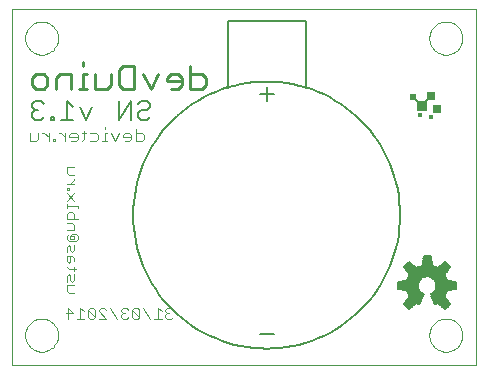
<source format=gbo>
G75*
G70*
%OFA0B0*%
%FSLAX24Y24*%
%IPPOS*%
%LPD*%
%AMOC8*
5,1,8,0,0,1.08239X$1,22.5*
%
%ADD10C,0.0000*%
%ADD11C,0.0040*%
%ADD12C,0.0100*%
%ADD13C,0.0030*%
%ADD14R,0.0313X0.0313*%
%ADD15R,0.0187X0.0187*%
%ADD16R,0.0125X0.0125*%
%ADD17C,0.0070*%
%ADD18R,0.0250X0.0250*%
%ADD19R,0.0375X0.0375*%
%ADD20C,0.0080*%
%ADD21C,0.0059*%
D10*
X000680Y000680D02*
X000680Y012550D01*
X016147Y012550D01*
X016147Y000680D01*
X000680Y000680D01*
X001129Y001680D02*
X001131Y001727D01*
X001137Y001773D01*
X001147Y001819D01*
X001160Y001864D01*
X001178Y001907D01*
X001199Y001949D01*
X001223Y001989D01*
X001251Y002026D01*
X001282Y002061D01*
X001316Y002094D01*
X001352Y002123D01*
X001391Y002149D01*
X001432Y002172D01*
X001475Y002191D01*
X001519Y002207D01*
X001564Y002219D01*
X001610Y002227D01*
X001657Y002231D01*
X001703Y002231D01*
X001750Y002227D01*
X001796Y002219D01*
X001841Y002207D01*
X001885Y002191D01*
X001928Y002172D01*
X001969Y002149D01*
X002008Y002123D01*
X002044Y002094D01*
X002078Y002061D01*
X002109Y002026D01*
X002137Y001989D01*
X002161Y001949D01*
X002182Y001907D01*
X002200Y001864D01*
X002213Y001819D01*
X002223Y001773D01*
X002229Y001727D01*
X002231Y001680D01*
X002229Y001633D01*
X002223Y001587D01*
X002213Y001541D01*
X002200Y001496D01*
X002182Y001453D01*
X002161Y001411D01*
X002137Y001371D01*
X002109Y001334D01*
X002078Y001299D01*
X002044Y001266D01*
X002008Y001237D01*
X001969Y001211D01*
X001928Y001188D01*
X001885Y001169D01*
X001841Y001153D01*
X001796Y001141D01*
X001750Y001133D01*
X001703Y001129D01*
X001657Y001129D01*
X001610Y001133D01*
X001564Y001141D01*
X001519Y001153D01*
X001475Y001169D01*
X001432Y001188D01*
X001391Y001211D01*
X001352Y001237D01*
X001316Y001266D01*
X001282Y001299D01*
X001251Y001334D01*
X001223Y001371D01*
X001199Y001411D01*
X001178Y001453D01*
X001160Y001496D01*
X001147Y001541D01*
X001137Y001587D01*
X001131Y001633D01*
X001129Y001680D01*
X001129Y011580D02*
X001131Y011627D01*
X001137Y011673D01*
X001147Y011719D01*
X001160Y011764D01*
X001178Y011807D01*
X001199Y011849D01*
X001223Y011889D01*
X001251Y011926D01*
X001282Y011961D01*
X001316Y011994D01*
X001352Y012023D01*
X001391Y012049D01*
X001432Y012072D01*
X001475Y012091D01*
X001519Y012107D01*
X001564Y012119D01*
X001610Y012127D01*
X001657Y012131D01*
X001703Y012131D01*
X001750Y012127D01*
X001796Y012119D01*
X001841Y012107D01*
X001885Y012091D01*
X001928Y012072D01*
X001969Y012049D01*
X002008Y012023D01*
X002044Y011994D01*
X002078Y011961D01*
X002109Y011926D01*
X002137Y011889D01*
X002161Y011849D01*
X002182Y011807D01*
X002200Y011764D01*
X002213Y011719D01*
X002223Y011673D01*
X002229Y011627D01*
X002231Y011580D01*
X002229Y011533D01*
X002223Y011487D01*
X002213Y011441D01*
X002200Y011396D01*
X002182Y011353D01*
X002161Y011311D01*
X002137Y011271D01*
X002109Y011234D01*
X002078Y011199D01*
X002044Y011166D01*
X002008Y011137D01*
X001969Y011111D01*
X001928Y011088D01*
X001885Y011069D01*
X001841Y011053D01*
X001796Y011041D01*
X001750Y011033D01*
X001703Y011029D01*
X001657Y011029D01*
X001610Y011033D01*
X001564Y011041D01*
X001519Y011053D01*
X001475Y011069D01*
X001432Y011088D01*
X001391Y011111D01*
X001352Y011137D01*
X001316Y011166D01*
X001282Y011199D01*
X001251Y011234D01*
X001223Y011271D01*
X001199Y011311D01*
X001178Y011353D01*
X001160Y011396D01*
X001147Y011441D01*
X001137Y011487D01*
X001131Y011533D01*
X001129Y011580D01*
X014604Y011580D02*
X014606Y011627D01*
X014612Y011673D01*
X014622Y011719D01*
X014635Y011764D01*
X014653Y011807D01*
X014674Y011849D01*
X014698Y011889D01*
X014726Y011926D01*
X014757Y011961D01*
X014791Y011994D01*
X014827Y012023D01*
X014866Y012049D01*
X014907Y012072D01*
X014950Y012091D01*
X014994Y012107D01*
X015039Y012119D01*
X015085Y012127D01*
X015132Y012131D01*
X015178Y012131D01*
X015225Y012127D01*
X015271Y012119D01*
X015316Y012107D01*
X015360Y012091D01*
X015403Y012072D01*
X015444Y012049D01*
X015483Y012023D01*
X015519Y011994D01*
X015553Y011961D01*
X015584Y011926D01*
X015612Y011889D01*
X015636Y011849D01*
X015657Y011807D01*
X015675Y011764D01*
X015688Y011719D01*
X015698Y011673D01*
X015704Y011627D01*
X015706Y011580D01*
X015704Y011533D01*
X015698Y011487D01*
X015688Y011441D01*
X015675Y011396D01*
X015657Y011353D01*
X015636Y011311D01*
X015612Y011271D01*
X015584Y011234D01*
X015553Y011199D01*
X015519Y011166D01*
X015483Y011137D01*
X015444Y011111D01*
X015403Y011088D01*
X015360Y011069D01*
X015316Y011053D01*
X015271Y011041D01*
X015225Y011033D01*
X015178Y011029D01*
X015132Y011029D01*
X015085Y011033D01*
X015039Y011041D01*
X014994Y011053D01*
X014950Y011069D01*
X014907Y011088D01*
X014866Y011111D01*
X014827Y011137D01*
X014791Y011166D01*
X014757Y011199D01*
X014726Y011234D01*
X014698Y011271D01*
X014674Y011311D01*
X014653Y011353D01*
X014635Y011396D01*
X014622Y011441D01*
X014612Y011487D01*
X014606Y011533D01*
X014604Y011580D01*
X014604Y001680D02*
X014606Y001727D01*
X014612Y001773D01*
X014622Y001819D01*
X014635Y001864D01*
X014653Y001907D01*
X014674Y001949D01*
X014698Y001989D01*
X014726Y002026D01*
X014757Y002061D01*
X014791Y002094D01*
X014827Y002123D01*
X014866Y002149D01*
X014907Y002172D01*
X014950Y002191D01*
X014994Y002207D01*
X015039Y002219D01*
X015085Y002227D01*
X015132Y002231D01*
X015178Y002231D01*
X015225Y002227D01*
X015271Y002219D01*
X015316Y002207D01*
X015360Y002191D01*
X015403Y002172D01*
X015444Y002149D01*
X015483Y002123D01*
X015519Y002094D01*
X015553Y002061D01*
X015584Y002026D01*
X015612Y001989D01*
X015636Y001949D01*
X015657Y001907D01*
X015675Y001864D01*
X015688Y001819D01*
X015698Y001773D01*
X015704Y001727D01*
X015706Y001680D01*
X015704Y001633D01*
X015698Y001587D01*
X015688Y001541D01*
X015675Y001496D01*
X015657Y001453D01*
X015636Y001411D01*
X015612Y001371D01*
X015584Y001334D01*
X015553Y001299D01*
X015519Y001266D01*
X015483Y001237D01*
X015444Y001211D01*
X015403Y001188D01*
X015360Y001169D01*
X015316Y001153D01*
X015271Y001141D01*
X015225Y001133D01*
X015178Y001129D01*
X015132Y001129D01*
X015085Y001133D01*
X015039Y001141D01*
X014994Y001153D01*
X014950Y001169D01*
X014907Y001188D01*
X014866Y001211D01*
X014827Y001237D01*
X014791Y001266D01*
X014757Y001299D01*
X014726Y001334D01*
X014698Y001371D01*
X014674Y001411D01*
X014653Y001453D01*
X014635Y001496D01*
X014622Y001541D01*
X014612Y001587D01*
X014606Y001633D01*
X014604Y001680D01*
D11*
X005089Y008215D02*
X005089Y008352D01*
X005021Y008420D01*
X004815Y008420D01*
X004815Y008557D02*
X004815Y008146D01*
X005021Y008146D01*
X005089Y008215D01*
X004675Y008215D02*
X004675Y008352D01*
X004606Y008420D01*
X004469Y008420D01*
X004401Y008352D01*
X004401Y008283D01*
X004675Y008283D01*
X004675Y008215D02*
X004606Y008146D01*
X004469Y008146D01*
X004260Y008420D02*
X004123Y008146D01*
X003987Y008420D01*
X003846Y008420D02*
X003778Y008420D01*
X003778Y008146D01*
X003846Y008146D02*
X003709Y008146D01*
X003570Y008215D02*
X003570Y008352D01*
X003501Y008420D01*
X003296Y008420D01*
X003155Y008420D02*
X003019Y008420D01*
X003087Y008488D02*
X003087Y008215D01*
X003019Y008146D01*
X002879Y008215D02*
X002879Y008352D01*
X002811Y008420D01*
X002674Y008420D01*
X002606Y008352D01*
X002606Y008283D01*
X002879Y008283D01*
X002879Y008215D02*
X002811Y008146D01*
X002674Y008146D01*
X002465Y008146D02*
X002465Y008420D01*
X002465Y008283D02*
X002328Y008420D01*
X002260Y008420D01*
X002119Y008215D02*
X002051Y008215D01*
X002051Y008146D01*
X002119Y008146D01*
X002119Y008215D01*
X001912Y008283D02*
X001775Y008420D01*
X001707Y008420D01*
X001567Y008420D02*
X001567Y008215D01*
X001499Y008146D01*
X001293Y008146D01*
X001293Y008420D01*
X001912Y008420D02*
X001912Y008146D01*
X003296Y008146D02*
X003501Y008146D01*
X003570Y008215D01*
X003778Y008557D02*
X003778Y008625D01*
D12*
X003856Y009885D02*
X003475Y009885D01*
X003475Y010392D01*
X003191Y010392D02*
X003064Y010392D01*
X003064Y009885D01*
X003191Y009885D02*
X002937Y009885D01*
X002663Y009885D02*
X002663Y010392D01*
X002282Y010392D01*
X002156Y010265D01*
X002156Y009885D01*
X001871Y010012D02*
X001744Y009885D01*
X001490Y009885D01*
X001364Y010012D01*
X001364Y010265D01*
X001490Y010392D01*
X001744Y010392D01*
X001871Y010265D01*
X001871Y010012D01*
X003064Y010646D02*
X003064Y010772D01*
X003982Y010392D02*
X003982Y010012D01*
X003856Y009885D01*
X004267Y010012D02*
X004267Y010519D01*
X004394Y010646D01*
X004774Y010646D01*
X004774Y009885D01*
X004394Y009885D01*
X004267Y010012D01*
X005059Y010392D02*
X005313Y009885D01*
X005566Y010392D01*
X005851Y010265D02*
X005851Y010138D01*
X006358Y010138D01*
X006358Y010012D02*
X006358Y010265D01*
X006231Y010392D01*
X005978Y010392D01*
X005851Y010265D01*
X005978Y009885D02*
X006231Y009885D01*
X006358Y010012D01*
X006643Y009885D02*
X007023Y009885D01*
X007150Y010012D01*
X007150Y010265D01*
X007023Y010392D01*
X006643Y010392D01*
X006643Y010646D02*
X006643Y009885D01*
X014345Y009393D02*
X014470Y009393D01*
X014470Y009456D01*
D13*
X006045Y002533D02*
X005983Y002595D01*
X005860Y002595D01*
X005798Y002533D01*
X005798Y002471D01*
X005860Y002409D01*
X005798Y002348D01*
X005798Y002286D01*
X005860Y002224D01*
X005983Y002224D01*
X006045Y002286D01*
X005922Y002409D02*
X005860Y002409D01*
X005677Y002471D02*
X005553Y002595D01*
X005553Y002224D01*
X005430Y002224D02*
X005677Y002224D01*
X005308Y002224D02*
X005062Y002595D01*
X004940Y002533D02*
X004878Y002595D01*
X004755Y002595D01*
X004693Y002533D01*
X004940Y002286D01*
X004878Y002224D01*
X004755Y002224D01*
X004693Y002286D01*
X004693Y002533D01*
X004572Y002533D02*
X004510Y002595D01*
X004387Y002595D01*
X004325Y002533D01*
X004325Y002471D01*
X004387Y002409D01*
X004325Y002348D01*
X004325Y002286D01*
X004387Y002224D01*
X004510Y002224D01*
X004572Y002286D01*
X004448Y002409D02*
X004387Y002409D01*
X004203Y002224D02*
X003957Y002595D01*
X003835Y002533D02*
X003773Y002595D01*
X003650Y002595D01*
X003588Y002533D01*
X003588Y002471D01*
X003835Y002224D01*
X003588Y002224D01*
X003467Y002286D02*
X003220Y002533D01*
X003220Y002286D01*
X003282Y002224D01*
X003405Y002224D01*
X003467Y002286D01*
X003467Y002533D01*
X003405Y002595D01*
X003282Y002595D01*
X003220Y002533D01*
X003099Y002471D02*
X002975Y002595D01*
X002975Y002224D01*
X002852Y002224D02*
X003099Y002224D01*
X002730Y002409D02*
X002483Y002409D01*
X002545Y002224D02*
X002545Y002595D01*
X002730Y002409D01*
X002763Y003092D02*
X002578Y003092D01*
X002516Y003154D01*
X002516Y003339D01*
X002763Y003339D01*
X002701Y003460D02*
X002763Y003522D01*
X002763Y003707D01*
X002763Y003829D02*
X002763Y003952D01*
X002824Y003890D02*
X002578Y003890D01*
X002516Y003952D01*
X002578Y004074D02*
X002516Y004136D01*
X002516Y004321D01*
X002701Y004321D01*
X002763Y004259D01*
X002763Y004136D01*
X002639Y004136D02*
X002639Y004321D01*
X002701Y004442D02*
X002763Y004504D01*
X002763Y004689D01*
X002824Y004811D02*
X002578Y004811D01*
X002516Y004872D01*
X002516Y004996D01*
X002578Y005058D01*
X002639Y004996D02*
X002763Y004996D01*
X002763Y004872D01*
X002639Y004872D01*
X002639Y004996D01*
X002701Y005058D01*
X002824Y005058D01*
X002886Y004996D01*
X002886Y004872D01*
X002824Y004811D01*
X002639Y004628D02*
X002639Y004504D01*
X002701Y004442D01*
X002516Y004442D02*
X002516Y004628D01*
X002578Y004689D01*
X002639Y004628D01*
X002639Y004136D02*
X002578Y004074D01*
X002578Y003707D02*
X002639Y003645D01*
X002639Y003522D01*
X002701Y003460D01*
X002516Y003460D02*
X002516Y003645D01*
X002578Y003707D01*
X002516Y005179D02*
X002763Y005179D01*
X002763Y005364D01*
X002701Y005426D01*
X002516Y005426D01*
X002516Y005547D02*
X002516Y005732D01*
X002578Y005794D01*
X002701Y005794D01*
X002763Y005732D01*
X002763Y005547D01*
X002886Y005547D02*
X002516Y005547D01*
X002516Y005916D02*
X002516Y006039D01*
X002516Y005977D02*
X002886Y005977D01*
X002886Y005916D01*
X002763Y006161D02*
X002516Y006408D01*
X002516Y006529D02*
X002516Y006591D01*
X002578Y006591D01*
X002578Y006529D01*
X002516Y006529D01*
X002516Y006714D02*
X002763Y006714D01*
X002763Y006837D02*
X002763Y006899D01*
X002763Y006837D02*
X002639Y006714D01*
X002578Y007021D02*
X002516Y007082D01*
X002516Y007267D01*
X002763Y007267D01*
X002763Y007021D02*
X002578Y007021D01*
X002763Y006408D02*
X002516Y006161D01*
X004940Y002533D02*
X004940Y002286D01*
D14*
X014376Y009362D03*
D15*
X014064Y009612D03*
X014689Y009675D03*
D16*
X014095Y009643D03*
X014283Y009018D03*
X014658Y008956D03*
D17*
X014470Y009456D02*
X014658Y009643D01*
X014220Y009456D02*
X014033Y009643D01*
D18*
X014658Y009643D03*
X014845Y009206D03*
D19*
X014345Y009331D03*
D20*
X010479Y009932D02*
X010479Y012137D01*
X007881Y012137D01*
X007881Y009932D01*
X008944Y009713D02*
X009416Y009713D01*
X009180Y009477D02*
X009180Y009950D01*
X005304Y009377D02*
X005304Y009274D01*
X005200Y009170D01*
X004993Y009170D01*
X004890Y009067D01*
X004890Y008963D01*
X004993Y008860D01*
X005200Y008860D01*
X005304Y008963D01*
X005304Y009377D02*
X005200Y009480D01*
X004993Y009480D01*
X004890Y009377D01*
X004659Y009480D02*
X004245Y008860D01*
X004245Y009480D01*
X004659Y009480D02*
X004659Y008860D01*
X003370Y009274D02*
X003163Y008860D01*
X002956Y009274D01*
X002725Y009274D02*
X002518Y009480D01*
X002518Y008860D01*
X002312Y008860D02*
X002725Y008860D01*
X002081Y008860D02*
X001977Y008860D01*
X001977Y008963D01*
X002081Y008963D01*
X002081Y008860D01*
X001758Y008963D02*
X001655Y008860D01*
X001448Y008860D01*
X001345Y008963D01*
X001345Y009067D01*
X001448Y009170D01*
X001552Y009170D01*
X001448Y009170D02*
X001345Y009274D01*
X001345Y009377D01*
X001448Y009480D01*
X001655Y009480D01*
X001758Y009377D01*
X004731Y005680D02*
X004736Y005898D01*
X004752Y006116D01*
X004779Y006333D01*
X004816Y006548D01*
X004864Y006761D01*
X004923Y006971D01*
X004991Y007179D01*
X005070Y007383D01*
X005158Y007582D01*
X005256Y007777D01*
X005364Y007967D01*
X005481Y008152D01*
X005607Y008330D01*
X005741Y008502D01*
X005884Y008668D01*
X006034Y008826D01*
X006192Y008976D01*
X006358Y009119D01*
X006530Y009253D01*
X006708Y009379D01*
X006893Y009496D01*
X007083Y009604D01*
X007278Y009702D01*
X007477Y009790D01*
X007681Y009869D01*
X007889Y009937D01*
X008099Y009996D01*
X008312Y010044D01*
X008527Y010081D01*
X008744Y010108D01*
X008962Y010124D01*
X009180Y010129D01*
X009398Y010124D01*
X009616Y010108D01*
X009833Y010081D01*
X010048Y010044D01*
X010261Y009996D01*
X010471Y009937D01*
X010679Y009869D01*
X010883Y009790D01*
X011082Y009702D01*
X011277Y009604D01*
X011467Y009496D01*
X011652Y009379D01*
X011830Y009253D01*
X012002Y009119D01*
X012168Y008976D01*
X012326Y008826D01*
X012476Y008668D01*
X012619Y008502D01*
X012753Y008330D01*
X012879Y008152D01*
X012996Y007967D01*
X013104Y007777D01*
X013202Y007582D01*
X013290Y007383D01*
X013369Y007179D01*
X013437Y006971D01*
X013496Y006761D01*
X013544Y006548D01*
X013581Y006333D01*
X013608Y006116D01*
X013624Y005898D01*
X013629Y005680D01*
X013624Y005462D01*
X013608Y005244D01*
X013581Y005027D01*
X013544Y004812D01*
X013496Y004599D01*
X013437Y004389D01*
X013369Y004181D01*
X013290Y003977D01*
X013202Y003778D01*
X013104Y003583D01*
X012996Y003393D01*
X012879Y003208D01*
X012753Y003030D01*
X012619Y002858D01*
X012476Y002692D01*
X012326Y002534D01*
X012168Y002384D01*
X012002Y002241D01*
X011830Y002107D01*
X011652Y001981D01*
X011467Y001864D01*
X011277Y001756D01*
X011082Y001658D01*
X010883Y001570D01*
X010679Y001491D01*
X010471Y001423D01*
X010261Y001364D01*
X010048Y001316D01*
X009833Y001279D01*
X009616Y001252D01*
X009398Y001236D01*
X009180Y001231D01*
X008962Y001236D01*
X008744Y001252D01*
X008527Y001279D01*
X008312Y001316D01*
X008099Y001364D01*
X007889Y001423D01*
X007681Y001491D01*
X007477Y001570D01*
X007278Y001658D01*
X007083Y001756D01*
X006893Y001864D01*
X006708Y001981D01*
X006530Y002107D01*
X006358Y002241D01*
X006192Y002384D01*
X006034Y002534D01*
X005884Y002692D01*
X005741Y002858D01*
X005607Y003030D01*
X005481Y003208D01*
X005364Y003393D01*
X005256Y003583D01*
X005158Y003778D01*
X005070Y003977D01*
X004991Y004181D01*
X004923Y004389D01*
X004864Y004599D01*
X004816Y004812D01*
X004779Y005027D01*
X004752Y005244D01*
X004736Y005462D01*
X004731Y005680D01*
X008944Y001717D02*
X009416Y001717D01*
D21*
X013553Y003210D02*
X013553Y003450D01*
X013871Y003482D01*
X013905Y003589D01*
X013956Y003689D01*
X013754Y003936D01*
X013924Y004106D01*
X014171Y003904D01*
X014271Y003955D01*
X014378Y003989D01*
X014410Y004307D01*
X014650Y004307D01*
X014682Y003989D01*
X014789Y003955D01*
X014889Y003904D01*
X015136Y004106D01*
X015306Y003936D01*
X015104Y003689D01*
X015155Y003589D01*
X015189Y003482D01*
X015507Y003450D01*
X015507Y003210D01*
X015189Y003178D01*
X015155Y003071D01*
X015104Y002971D01*
X015306Y002724D01*
X015136Y002554D01*
X014889Y002756D01*
X014789Y002705D01*
X014648Y003046D01*
X014701Y003074D01*
X014748Y003112D01*
X014786Y003159D01*
X014814Y003212D01*
X014832Y003270D01*
X014838Y003330D01*
X014831Y003393D01*
X014812Y003453D01*
X014781Y003508D01*
X014739Y003555D01*
X014689Y003593D01*
X014632Y003620D01*
X014570Y003635D01*
X014507Y003637D01*
X014445Y003626D01*
X014386Y003602D01*
X014334Y003567D01*
X014290Y003522D01*
X014255Y003469D01*
X014233Y003410D01*
X014223Y003347D01*
X014226Y003284D01*
X014242Y003223D01*
X014270Y003166D01*
X014308Y003117D01*
X014357Y003076D01*
X014412Y003046D01*
X014271Y002705D01*
X014171Y002756D01*
X013924Y002554D01*
X013754Y002724D01*
X013956Y002971D01*
X013905Y003071D01*
X013871Y003178D01*
X013553Y003210D01*
X013565Y003209D02*
X014249Y003209D01*
X014230Y003266D02*
X013553Y003266D01*
X013553Y003324D02*
X014224Y003324D01*
X014228Y003382D02*
X013553Y003382D01*
X013553Y003439D02*
X014244Y003439D01*
X014273Y003497D02*
X013875Y003497D01*
X013894Y003554D02*
X014321Y003554D01*
X014411Y003612D02*
X013917Y003612D01*
X013946Y003669D02*
X015114Y003669D01*
X015135Y003727D02*
X013925Y003727D01*
X013878Y003784D02*
X015182Y003784D01*
X015229Y003842D02*
X013831Y003842D01*
X013784Y003900D02*
X015276Y003900D01*
X015284Y003957D02*
X014954Y003957D01*
X015024Y004015D02*
X015227Y004015D01*
X015169Y004072D02*
X015095Y004072D01*
X014783Y003957D02*
X014277Y003957D01*
X014380Y004015D02*
X014680Y004015D01*
X014674Y004072D02*
X014386Y004072D01*
X014392Y004130D02*
X014668Y004130D01*
X014662Y004187D02*
X014398Y004187D01*
X014404Y004245D02*
X014656Y004245D01*
X014650Y004302D02*
X014410Y004302D01*
X014106Y003957D02*
X013776Y003957D01*
X013833Y004015D02*
X014036Y004015D01*
X013965Y004072D02*
X013891Y004072D01*
X014650Y003612D02*
X015143Y003612D01*
X015166Y003554D02*
X014740Y003554D01*
X014787Y003497D02*
X015185Y003497D01*
X015507Y003439D02*
X014816Y003439D01*
X014832Y003382D02*
X015507Y003382D01*
X015507Y003324D02*
X014837Y003324D01*
X014831Y003266D02*
X015507Y003266D01*
X015495Y003209D02*
X014812Y003209D01*
X014779Y003151D02*
X015181Y003151D01*
X015162Y003094D02*
X014725Y003094D01*
X014652Y003036D02*
X015137Y003036D01*
X015108Y002979D02*
X014676Y002979D01*
X014699Y002921D02*
X015145Y002921D01*
X015192Y002864D02*
X014723Y002864D01*
X014747Y002806D02*
X015239Y002806D01*
X015286Y002748D02*
X014898Y002748D01*
X014874Y002748D02*
X014771Y002748D01*
X014969Y002691D02*
X015272Y002691D01*
X015215Y002633D02*
X015039Y002633D01*
X015110Y002576D02*
X015157Y002576D01*
X014384Y002979D02*
X013952Y002979D01*
X013923Y003036D02*
X014408Y003036D01*
X014336Y003094D02*
X013898Y003094D01*
X013879Y003151D02*
X014281Y003151D01*
X014361Y002921D02*
X013915Y002921D01*
X013868Y002864D02*
X014337Y002864D01*
X014313Y002806D02*
X013821Y002806D01*
X013774Y002748D02*
X014162Y002748D01*
X014186Y002748D02*
X014289Y002748D01*
X014091Y002691D02*
X013788Y002691D01*
X013845Y002633D02*
X014021Y002633D01*
X013950Y002576D02*
X013903Y002576D01*
M02*

</source>
